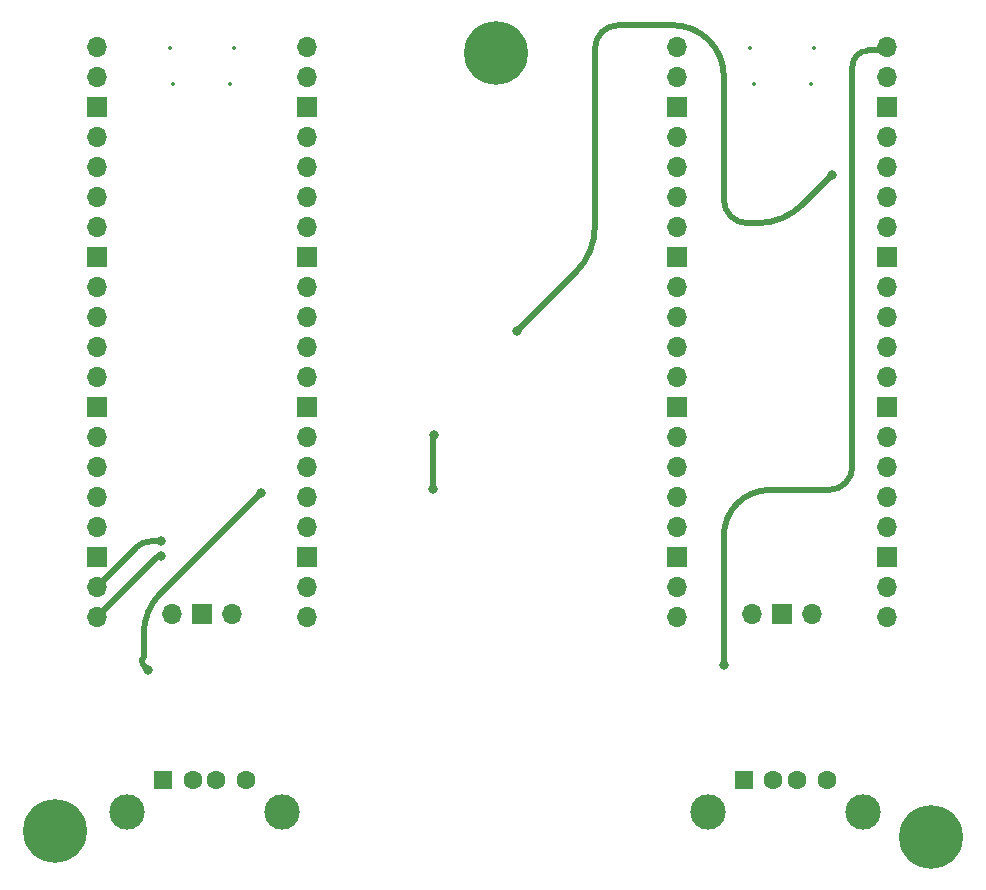
<source format=gbl>
%TF.GenerationSoftware,KiCad,Pcbnew,8.0.5*%
%TF.CreationDate,2024-10-19T09:16:07+05:30*%
%TF.ProjectId,DeskHop_Rev1,4465736b-486f-4705-9f52-6576312e6b69,rev?*%
%TF.SameCoordinates,Original*%
%TF.FileFunction,Copper,L2,Bot*%
%TF.FilePolarity,Positive*%
%FSLAX46Y46*%
G04 Gerber Fmt 4.6, Leading zero omitted, Abs format (unit mm)*
G04 Created by KiCad (PCBNEW 8.0.5) date 2024-10-19 09:16:07*
%MOMM*%
%LPD*%
G01*
G04 APERTURE LIST*
%TA.AperFunction,ComponentPad*%
%ADD10C,3.100000*%
%TD*%
%TA.AperFunction,ConnectorPad*%
%ADD11C,5.400000*%
%TD*%
%TA.AperFunction,ComponentPad*%
%ADD12O,1.700000X1.700000*%
%TD*%
%TA.AperFunction,ComponentPad*%
%ADD13R,1.700000X1.700000*%
%TD*%
%TA.AperFunction,ComponentPad*%
%ADD14R,1.600000X1.500000*%
%TD*%
%TA.AperFunction,ComponentPad*%
%ADD15C,1.600000*%
%TD*%
%TA.AperFunction,ComponentPad*%
%ADD16C,3.000000*%
%TD*%
%TA.AperFunction,ViaPad*%
%ADD17C,0.800000*%
%TD*%
%TA.AperFunction,Conductor*%
%ADD18C,0.500000*%
%TD*%
%ADD19C,0.350000*%
G04 APERTURE END LIST*
D10*
%TO.P,H3,1,1*%
%TO.N,GND2*%
X142015513Y-128382566D03*
D11*
X142015513Y-128382566D03*
%TD*%
D12*
%TO.P,U2,1,GPIO0*%
%TO.N,unconnected-(U2-GPIO0-Pad1)*%
X71374260Y-61477566D03*
%TO.P,U2,2,GPIO1*%
%TO.N,unconnected-(U2-GPIO1-Pad2)*%
X71374260Y-64017566D03*
D13*
%TO.P,U2,3,GPIO2*%
%TO.N,unconnected-(U2-GPIO2-Pad3)*%
X71374260Y-66557566D03*
D12*
%TO.P,U2,4,GPIO3*%
%TO.N,unconnected-(U2-GPIO3-Pad4)*%
X71374260Y-69097566D03*
%TO.P,U2,5,GPIO4*%
%TO.N,unconnected-(U2-GPIO4-Pad5)*%
X71374260Y-71637566D03*
%TO.P,U2,6,GND*%
%TO.N,GND1*%
X71374260Y-74177566D03*
%TO.P,U2,7,GPIO5*%
%TO.N,unconnected-(U2-GPIO5-Pad7)*%
X71374260Y-76717566D03*
D13*
%TO.P,U2,8,GPIO6*%
%TO.N,unconnected-(U2-GPIO6-Pad8)*%
X71374260Y-79257566D03*
D12*
%TO.P,U2,9,GPIO7*%
%TO.N,unconnected-(U2-GPIO7-Pad9)*%
X71374260Y-81797566D03*
%TO.P,U2,10,GPIO8*%
%TO.N,unconnected-(U2-GPIO8-Pad10)*%
X71374260Y-84337566D03*
%TO.P,U2,11,GPIO9*%
%TO.N,unconnected-(U2-GPIO9-Pad11)*%
X71374260Y-86877566D03*
%TO.P,U2,12,GPIO10*%
%TO.N,unconnected-(U2-GPIO10-Pad12)*%
X71374260Y-89417566D03*
D13*
%TO.P,U2,13,GPIO11*%
%TO.N,unconnected-(U2-GPIO11-Pad13)*%
X71374260Y-91957566D03*
D12*
%TO.P,U2,14,GPIO12*%
%TO.N,unconnected-(U2-GPIO12-Pad14)*%
X71374260Y-94497566D03*
%TO.P,U2,15,GND*%
%TO.N,GND1*%
X71374260Y-97037566D03*
%TO.P,U2,16,GPIO13*%
%TO.N,unconnected-(U2-GPIO13-Pad16)*%
X71374260Y-99577566D03*
%TO.P,U2,17,GPIO14*%
%TO.N,Net-(U2-GPIO14)*%
X71374260Y-102117566D03*
D13*
%TO.P,U2,18,GPIO15*%
%TO.N,Net-(U2-GPIO15)*%
X71374260Y-104657566D03*
D12*
%TO.P,U2,19,GPIO16*%
%TO.N,UART B TX*%
X71374260Y-107197566D03*
%TO.P,U2,20,GPIO17*%
%TO.N,UART B RX*%
X71374260Y-109737566D03*
%TO.P,U2,21,GPIO18*%
%TO.N,unconnected-(U2-GPIO18-Pad21)*%
X89154260Y-109737566D03*
%TO.P,U2,22,GPIO19*%
%TO.N,unconnected-(U2-GPIO19-Pad22)*%
X89154260Y-107197566D03*
D13*
%TO.P,U2,23,GPIO20*%
%TO.N,unconnected-(U2-GPIO20-Pad23)*%
X89154260Y-104657566D03*
D12*
%TO.P,U2,24,GPIO21*%
%TO.N,unconnected-(U2-GPIO21-Pad24)*%
X89154260Y-102117566D03*
%TO.P,U2,25,GPIO22*%
%TO.N,unconnected-(U2-GPIO22-Pad25)*%
X89154260Y-99577566D03*
%TO.P,U2,26,GPIO23*%
%TO.N,unconnected-(U2-GPIO23-Pad26)*%
X89154260Y-97037566D03*
%TO.P,U2,27,GPIO24*%
%TO.N,unconnected-(U2-GPIO24-Pad27)*%
X89154260Y-94497566D03*
D13*
%TO.P,U2,28,GPIO25*%
%TO.N,unconnected-(U2-GPIO25-Pad28)*%
X89154260Y-91957566D03*
D12*
%TO.P,U2,29,AGND*%
%TO.N,unconnected-(U2-AGND-Pad29)*%
X89154260Y-89417566D03*
%TO.P,U2,30,GPIO26*%
%TO.N,unconnected-(U2-GPIO26-Pad30)*%
X89154260Y-86877566D03*
%TO.P,U2,31,GPIO27_ADC1*%
%TO.N,unconnected-(U2-GPIO27_ADC1-Pad31)*%
X89154260Y-84337566D03*
%TO.P,U2,32,GPIO28_ADC2*%
%TO.N,unconnected-(U2-GPIO28_ADC2-Pad32)*%
X89154260Y-81797566D03*
D13*
%TO.P,U2,33,GPIO29_ADC3*%
%TO.N,unconnected-(U2-GPIO29_ADC3-Pad33)*%
X89154260Y-79257566D03*
D12*
%TO.P,U2,34,RUN*%
%TO.N,unconnected-(U2-RUN-Pad34)*%
X89154260Y-76717566D03*
%TO.P,U2,35,GND*%
%TO.N,GND1*%
X89154260Y-74177566D03*
%TO.P,U2,36,3V3*%
%TO.N,3V3*%
X89154260Y-71637566D03*
%TO.P,U2,37,3V3_EN*%
%TO.N,unconnected-(U2-3V3_EN-Pad37)*%
X89154260Y-69097566D03*
D13*
%TO.P,U2,38,GND*%
%TO.N,GND1*%
X89154260Y-66557566D03*
D12*
%TO.P,U2,39,VSYS*%
%TO.N,unconnected-(U2-VSYS-Pad39)*%
X89154260Y-64017566D03*
%TO.P,U2,40,VBUS*%
%TO.N,VBUS2*%
X89154260Y-61477566D03*
%TO.P,U2,41,SWCLK*%
%TO.N,unconnected-(U2-SWCLK-Pad41)*%
X77724260Y-109507566D03*
D13*
%TO.P,U2,42,GND*%
%TO.N,GND1*%
X80264260Y-109507566D03*
D12*
%TO.P,U2,43,SWDIO*%
%TO.N,unconnected-(U2-SWDIO-Pad43)*%
X82804260Y-109507566D03*
%TD*%
D10*
%TO.P,H1,1,1*%
%TO.N,GND2*%
X105165513Y-62032566D03*
D11*
X105165513Y-62032566D03*
%TD*%
D14*
%TO.P,J4,1,VBUS*%
%TO.N,VBUS2*%
X77015513Y-123545566D03*
D15*
%TO.P,J4,2,D-*%
%TO.N,OB-*%
X79515513Y-123545566D03*
%TO.P,J4,3,D+*%
%TO.N,OB+*%
X81515513Y-123545566D03*
%TO.P,J4,4,GND*%
%TO.N,GND1*%
X84015513Y-123545566D03*
D16*
%TO.P,J4,5,Shield*%
X73945513Y-126255566D03*
X87085513Y-126255566D03*
%TD*%
D10*
%TO.P,H2,1,1*%
%TO.N,GND1*%
X67875513Y-127902566D03*
D11*
X67875513Y-127902566D03*
%TD*%
D12*
%TO.P,U6,1,GPIO0*%
%TO.N,unconnected-(U6-GPIO0-Pad1)*%
X120531234Y-61477566D03*
%TO.P,U6,2,GPIO1*%
%TO.N,unconnected-(U6-GPIO1-Pad2)*%
X120531234Y-64017566D03*
D13*
%TO.P,U6,3,GPIO2*%
%TO.N,unconnected-(U6-GPIO2-Pad3)*%
X120531234Y-66557566D03*
D12*
%TO.P,U6,4,GPIO3*%
%TO.N,unconnected-(U6-GPIO3-Pad4)*%
X120531234Y-69097566D03*
%TO.P,U6,5,GPIO4*%
%TO.N,unconnected-(U6-GPIO4-Pad5)*%
X120531234Y-71637566D03*
%TO.P,U6,6,GND*%
%TO.N,GND2*%
X120531234Y-74177566D03*
%TO.P,U6,7,GPIO5*%
%TO.N,unconnected-(U6-GPIO5-Pad7)*%
X120531234Y-76717566D03*
D13*
%TO.P,U6,8,GPIO6*%
%TO.N,unconnected-(U6-GPIO6-Pad8)*%
X120531234Y-79257566D03*
D12*
%TO.P,U6,9,GPIO7*%
%TO.N,unconnected-(U6-GPIO7-Pad9)*%
X120531234Y-81797566D03*
%TO.P,U6,10,GPIO8*%
%TO.N,unconnected-(U6-GPIO8-Pad10)*%
X120531234Y-84337566D03*
%TO.P,U6,11,GPIO9*%
%TO.N,unconnected-(U6-GPIO9-Pad11)*%
X120531234Y-86877566D03*
%TO.P,U6,12,GPIO10*%
%TO.N,unconnected-(U6-GPIO10-Pad12)*%
X120531234Y-89417566D03*
D13*
%TO.P,U6,13,GPIO11*%
%TO.N,unconnected-(U6-GPIO11-Pad13)*%
X120531234Y-91957566D03*
D12*
%TO.P,U6,14,GPIO12*%
%TO.N,UART A TX*%
X120531234Y-94497566D03*
%TO.P,U6,15,GND*%
%TO.N,GND2*%
X120531234Y-97037566D03*
%TO.P,U6,16,GPIO13*%
%TO.N,UART A RX*%
X120531234Y-99577566D03*
%TO.P,U6,17,GPIO14*%
%TO.N,/AD+*%
X120531234Y-102117566D03*
D13*
%TO.P,U6,18,GPIO15*%
%TO.N,Net-(U6-GPIO15)*%
X120531234Y-104657566D03*
D12*
%TO.P,U6,19,GPIO16*%
%TO.N,unconnected-(U6-GPIO16-Pad19)*%
X120531234Y-107197566D03*
%TO.P,U6,20,GPIO17*%
%TO.N,unconnected-(U6-GPIO17-Pad20)*%
X120531234Y-109737566D03*
%TO.P,U6,21,GPIO18*%
%TO.N,unconnected-(U6-GPIO18-Pad21)*%
X138311234Y-109737566D03*
%TO.P,U6,22,GPIO19*%
%TO.N,unconnected-(U6-GPIO19-Pad22)*%
X138311234Y-107197566D03*
D13*
%TO.P,U6,23,GPIO20*%
%TO.N,unconnected-(U6-GPIO20-Pad23)*%
X138311234Y-104657566D03*
D12*
%TO.P,U6,24,GPIO21*%
%TO.N,unconnected-(U6-GPIO21-Pad24)*%
X138311234Y-102117566D03*
%TO.P,U6,25,GPIO22*%
%TO.N,unconnected-(U6-GPIO22-Pad25)*%
X138311234Y-99577566D03*
%TO.P,U6,26,GPIO23*%
%TO.N,unconnected-(U6-GPIO23-Pad26)*%
X138311234Y-97037566D03*
%TO.P,U6,27,GPIO24*%
%TO.N,unconnected-(U6-GPIO24-Pad27)*%
X138311234Y-94497566D03*
D13*
%TO.P,U6,28,GPIO25*%
%TO.N,unconnected-(U6-GPIO25-Pad28)*%
X138311234Y-91957566D03*
D12*
%TO.P,U6,29,AGND*%
%TO.N,unconnected-(U6-AGND-Pad29)*%
X138311234Y-89417566D03*
%TO.P,U6,30,GPIO26*%
%TO.N,unconnected-(U6-GPIO26-Pad30)*%
X138311234Y-86877566D03*
%TO.P,U6,31,GPIO27_ADC1*%
%TO.N,unconnected-(U6-GPIO27_ADC1-Pad31)*%
X138311234Y-84337566D03*
%TO.P,U6,32,GPIO28_ADC2*%
%TO.N,unconnected-(U6-GPIO28_ADC2-Pad32)*%
X138311234Y-81797566D03*
D13*
%TO.P,U6,33,GPIO29_ADC3*%
%TO.N,unconnected-(U6-GPIO29_ADC3-Pad33)*%
X138311234Y-79257566D03*
D12*
%TO.P,U6,34,RUN*%
%TO.N,unconnected-(U6-RUN-Pad34)*%
X138311234Y-76717566D03*
%TO.P,U6,35,GND*%
%TO.N,GND2*%
X138311234Y-74177566D03*
%TO.P,U6,36,3V3*%
%TO.N,Net-(U4-VDD2)*%
X138311234Y-71637566D03*
%TO.P,U6,37,3V3_EN*%
%TO.N,unconnected-(U6-3V3_EN-Pad37)*%
X138311234Y-69097566D03*
D13*
%TO.P,U6,38,GND*%
%TO.N,GND2*%
X138311234Y-66557566D03*
D12*
%TO.P,U6,39,VSYS*%
%TO.N,unconnected-(U6-VSYS-Pad39)*%
X138311234Y-64017566D03*
%TO.P,U6,40,VBUS*%
%TO.N,VBUS1*%
X138311234Y-61477566D03*
%TO.P,U6,41,SWCLK*%
%TO.N,unconnected-(U6-SWCLK-Pad41)*%
X126881234Y-109507566D03*
D13*
%TO.P,U6,42,GND*%
%TO.N,GND2*%
X129421234Y-109507566D03*
D12*
%TO.P,U6,43,SWDIO*%
%TO.N,unconnected-(U6-SWDIO-Pad43)*%
X131961234Y-109507566D03*
%TD*%
D14*
%TO.P,J1,1,VBUS*%
%TO.N,VBUS1*%
X126172487Y-123545566D03*
D15*
%TO.P,J1,2,D-*%
%TO.N,OA-*%
X128672487Y-123545566D03*
%TO.P,J1,3,D+*%
%TO.N,OA+*%
X130672487Y-123545566D03*
%TO.P,J1,4,GND*%
%TO.N,GND2*%
X133172487Y-123545566D03*
D16*
%TO.P,J1,5,Shield*%
X123102487Y-126255566D03*
X136242487Y-126255566D03*
%TD*%
D17*
%TO.N,Net-(U4-VDD2)*%
X133617513Y-72354566D03*
X106947513Y-85562566D03*
%TO.N,VBUS2*%
X85249513Y-99278566D03*
X75705513Y-114264566D03*
%TO.N,VBUS1*%
X124505513Y-113839613D03*
%TO.N,UART B TX*%
X76835513Y-103342566D03*
%TO.N,UART B RX*%
X99835513Y-98892566D03*
X99965513Y-94352566D03*
X76815513Y-104635359D03*
%TD*%
D18*
%TO.N,Net-(U4-VDD2)*%
X113551513Y-61654564D02*
X113551513Y-76704602D01*
X133617513Y-72354566D02*
X131147305Y-74824773D01*
X124473513Y-74418567D02*
X124473513Y-63990617D01*
X106947513Y-85562566D02*
X111957720Y-80552358D01*
X115551511Y-59654566D02*
X120137461Y-59654566D01*
X127299549Y-76418566D02*
X126473511Y-76418566D01*
X113551513Y-61654564D02*
G75*
G02*
X115551511Y-59654613I1999987J-36D01*
G01*
X126473511Y-76418566D02*
G75*
G02*
X124473534Y-74418567I-11J1999966D01*
G01*
X123203513Y-60924566D02*
G75*
G03*
X120137461Y-59654588I-3066013J-3066034D01*
G01*
X113551513Y-76704602D02*
G75*
G02*
X111957712Y-80552350I-5441513J2D01*
G01*
X123203513Y-60924566D02*
G75*
G02*
X124473512Y-63990617I-3066013J-3066034D01*
G01*
X127299549Y-76418566D02*
G75*
G03*
X131147284Y-74824752I-49J5441566D01*
G01*
%TO.N,VBUS2*%
X75355513Y-111205960D02*
X75355513Y-113127632D01*
X75451513Y-114010566D02*
X75705513Y-114264566D01*
X89085529Y-61637549D02*
X89245513Y-61477566D01*
X76793340Y-107734738D02*
X85249513Y-99278566D01*
X75276513Y-113318355D02*
X75197513Y-113397355D01*
X89085529Y-61637549D02*
G75*
G02*
X88699295Y-61797524I-386229J386249D01*
G01*
X75276513Y-113318355D02*
G75*
G03*
X75355539Y-113127632I-190713J190755D01*
G01*
X75355513Y-111205960D02*
G75*
G02*
X76793352Y-107734750I4909087J-40D01*
G01*
X75451513Y-114010566D02*
G75*
G02*
X75197537Y-113397355I613187J613166D01*
G01*
%TO.N,VBUS1*%
X124473513Y-113784985D02*
X124473513Y-102884402D01*
X124505513Y-113839613D02*
X124489513Y-113823613D01*
X124473513Y-113784985D02*
G75*
G03*
X124489514Y-113823612I54587J-15D01*
G01*
%TO.N,UART B TX*%
X74661363Y-103910462D02*
X71374260Y-107197566D01*
X76032386Y-103342566D02*
X76835513Y-103342566D01*
X76032386Y-103342566D02*
G75*
G03*
X74661367Y-103910466I14J-1938934D01*
G01*
%TO.N,UART B RX*%
X99965513Y-94352566D02*
X99900513Y-94417566D01*
X76356596Y-104755229D02*
X71374260Y-109737566D01*
X76645990Y-104635359D02*
X76815513Y-104635359D01*
X99835513Y-94574489D02*
X99835513Y-98892566D01*
X99835513Y-94574489D02*
G75*
G02*
X99900526Y-94417579I221887J-11D01*
G01*
X76645990Y-104635359D02*
G75*
G03*
X76356606Y-104755239I10J-409241D01*
G01*
%TO.N,VBUS1*%
X125609012Y-100143064D02*
G75*
G03*
X124473499Y-102884402I2741288J-2741336D01*
G01*
X133354488Y-99007565D02*
X128350350Y-99007565D01*
X136718503Y-61797533D02*
G75*
G03*
X135354533Y-63161549I-3J-1363967D01*
G01*
X137856269Y-61797533D02*
G75*
G03*
X138242522Y-61637568I31J546233D01*
G01*
X135354487Y-97007566D02*
X135354487Y-63161549D01*
X133354488Y-99007565D02*
G75*
G03*
X135354465Y-97007566I12J1999965D01*
G01*
X138242503Y-61637549D02*
X138402487Y-61477566D01*
X125609012Y-100143064D02*
G75*
G02*
X128350350Y-99007599I2741288J-2741336D01*
G01*
X137856269Y-61797533D02*
X136718503Y-61797533D01*
%TD*%
D19*
X133617513Y-72354566D03*
X106947513Y-85562566D03*
X85249513Y-99278566D03*
X75705513Y-114264566D03*
X124505513Y-113839613D03*
X76835513Y-103342566D03*
X99835513Y-98892566D03*
X99965513Y-94352566D03*
X76815513Y-104635359D03*
X142015513Y-128382566D03*
X77539260Y-61607566D03*
X77839260Y-64637566D03*
X82689260Y-64637566D03*
X82989260Y-61607566D03*
X71374260Y-61477566D03*
X71374260Y-64017566D03*
X71374260Y-66557566D03*
X71374260Y-69097566D03*
X71374260Y-71637566D03*
X71374260Y-74177566D03*
X71374260Y-76717566D03*
X71374260Y-79257566D03*
X71374260Y-81797566D03*
X71374260Y-84337566D03*
X71374260Y-86877566D03*
X71374260Y-89417566D03*
X71374260Y-91957566D03*
X71374260Y-94497566D03*
X71374260Y-97037566D03*
X71374260Y-99577566D03*
X71374260Y-102117566D03*
X71374260Y-104657566D03*
X71374260Y-107197566D03*
X71374260Y-109737566D03*
X89154260Y-109737566D03*
X89154260Y-107197566D03*
X89154260Y-104657566D03*
X89154260Y-102117566D03*
X89154260Y-99577566D03*
X89154260Y-97037566D03*
X89154260Y-94497566D03*
X89154260Y-91957566D03*
X89154260Y-89417566D03*
X89154260Y-86877566D03*
X89154260Y-84337566D03*
X89154260Y-81797566D03*
X89154260Y-79257566D03*
X89154260Y-76717566D03*
X89154260Y-74177566D03*
X89154260Y-71637566D03*
X89154260Y-69097566D03*
X89154260Y-66557566D03*
X89154260Y-64017566D03*
X89154260Y-61477566D03*
X77724260Y-109507566D03*
X80264260Y-109507566D03*
X82804260Y-109507566D03*
X105165513Y-62032566D03*
X77015513Y-123545566D03*
X79515513Y-123545566D03*
X81515513Y-123545566D03*
X84015513Y-123545566D03*
X73945513Y-126255566D03*
X87085513Y-126255566D03*
X67875513Y-127902566D03*
X126696234Y-61607566D03*
X126996234Y-64637566D03*
X131846234Y-64637566D03*
X132146234Y-61607566D03*
X120531234Y-61477566D03*
X120531234Y-64017566D03*
X120531234Y-66557566D03*
X120531234Y-69097566D03*
X120531234Y-71637566D03*
X120531234Y-74177566D03*
X120531234Y-76717566D03*
X120531234Y-79257566D03*
X120531234Y-81797566D03*
X120531234Y-84337566D03*
X120531234Y-86877566D03*
X120531234Y-89417566D03*
X120531234Y-91957566D03*
X120531234Y-94497566D03*
X120531234Y-97037566D03*
X120531234Y-99577566D03*
X120531234Y-102117566D03*
X120531234Y-104657566D03*
X120531234Y-107197566D03*
X120531234Y-109737566D03*
X138311234Y-109737566D03*
X138311234Y-107197566D03*
X138311234Y-104657566D03*
X138311234Y-102117566D03*
X138311234Y-99577566D03*
X138311234Y-97037566D03*
X138311234Y-94497566D03*
X138311234Y-91957566D03*
X138311234Y-89417566D03*
X138311234Y-86877566D03*
X138311234Y-84337566D03*
X138311234Y-81797566D03*
X138311234Y-79257566D03*
X138311234Y-76717566D03*
X138311234Y-74177566D03*
X138311234Y-71637566D03*
X138311234Y-69097566D03*
X138311234Y-66557566D03*
X138311234Y-64017566D03*
X138311234Y-61477566D03*
X126881234Y-109507566D03*
X129421234Y-109507566D03*
X131961234Y-109507566D03*
X126172487Y-123545566D03*
X128672487Y-123545566D03*
X130672487Y-123545566D03*
X133172487Y-123545566D03*
X123102487Y-126255566D03*
X136242487Y-126255566D03*
M02*

</source>
